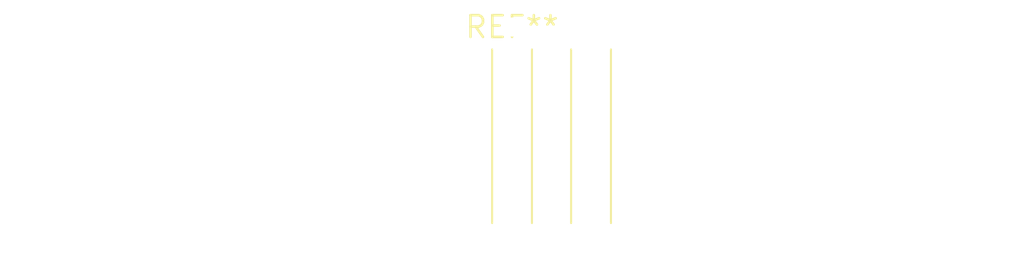
<source format=kicad_pcb>
(kicad_pcb (version 20240108) (generator pcbnew)
  (layers (0 "F.Cu" signal) (31 "B.Cu" signal) (34 "B.Paste" user) (35 "F.Paste" user) (36 "B.SilkS" user "B.Silkscreen") (37 "F.SilkS" user "F.Silkscreen") (38 "B.Mask" user) (39 "F.Mask" user) (44 "Edge.Cuts" user))
  (net 0 "")
  (footprint "SolderWire-0.5sqmm_1x02_P4.6mm_D0.9mm_OD2.1mm_Relief" (layer "F.Cu") (at 0 0)
    (property "Reference" "REF**")
    (property "Value" "SolderWire-0.5sqmm_1x02_P4.6mm_D0.9mm_OD2.1mm_Relief")
    (fp_line (start -1.16 1.31) (end -1.16 11.44) (layer "F.SilkS") (stroke (width 0.12)))
    (fp_line (start 1.16 1.31) (end 1.16 11.44) (layer "F.SilkS") (stroke (width 0.12)))
    (fp_line (start 3.44 1.31) (end 3.44 11.44) (layer "F.SilkS") (stroke (width 0.12)))
    (fp_line (start 5.76 1.31) (end 5.76 11.44) (layer "F.SilkS") (stroke (width 0.12)))
    (pad "" np_thru_hole circle (at 0 12.6) (size 2.6 2.6) (drill 2.6) (layers *.Cu *.Mask))
    (pad "" np_thru_hole circle (at 4.6 12.6) (size 2.6 2.6) (drill 2.6) (layers *.Cu *.Mask))
    (pad "1" thru_hole roundrect (at 0 0) (size 2.1 2.1) (drill 1.1) (layers *.Cu *.Mask) (remove_unused_layers) (roundrect_rratio 0.119048))
    (pad "2" thru_hole circle (at 4.6 0) (size 2.1 2.1) (drill 1.1) (layers *.Cu *.Mask) (remove_unused_layers))
  )
)
</source>
